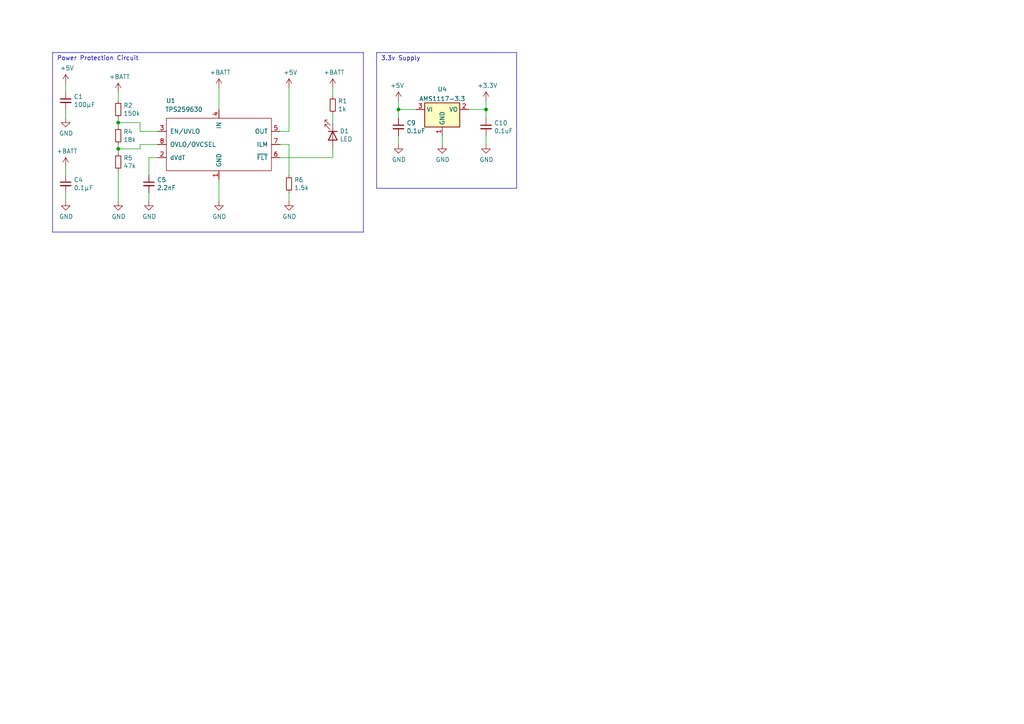
<source format=kicad_sch>
(kicad_sch (version 20230121) (generator eeschema)
  (paper "A4")
  (lib_symbols
    (symbol "Device:C_Small" (pin_numbers hide) (pin_names (offset 0.254) hide)
      (property "Reference" "C" (at 0.254 1.778 0))
      (property "Value" "C_Small" (at 0.254 -2.032 0))
      (symbol "C_Small_0_1"
        (polyline (pts (xy -1.524 -0.508) (xy 1.524 -0.508)) (stroke (width 0.3302)))
        (polyline (pts (xy -1.524 0.508) (xy 1.524 0.508)) (stroke (width 0.3048)))
      )
      (symbol "C_Small_1_1"
        (pin passive line (at 0 2.54 270) (length 2.032) (name "~") (number "1"))
        (pin passive line (at 0 -2.54 90) (length 2.032) (name "~") (number "2"))
      )
    )
    (symbol "Device:LED" (pin_numbers hide) (pin_names (offset 1.016) hide)
      (property "Reference" "D" (at 0 2.54 0))
      (property "Value" "LED" (at 0 -2.54 0))
      (symbol "LED_0_1"
        (polyline (pts (xy -1.27 -1.27) (xy -1.27 1.27)) (stroke (width 0.254)))
        (polyline (pts (xy -1.27 0) (xy 1.27 0)))
        (polyline (pts (xy 1.27 -1.27) (xy 1.27 1.27) (xy -1.27 0) (xy 1.27 -1.27)) (stroke (width 0.254)))
        (polyline (pts (xy -3.048 -0.762) (xy -4.572 -2.286) (xy -3.81 -2.286) (xy -4.572 -2.286) (xy -4.572 -1.524)))
        (polyline (pts (xy -1.778 -0.762) (xy -3.302 -2.286) (xy -2.54 -2.286) (xy -3.302 -2.286) (xy -3.302 -1.524)))
      )
      (symbol "LED_1_1"
        (pin passive line (at -3.81 0 0) (length 2.54) (name "K") (number "1"))
        (pin passive line (at 3.81 0 180) (length 2.54) (name "A") (number "2"))
      )
    )
    (symbol "Device:R_Small" (pin_numbers hide) (pin_names (offset 0.254) hide)
      (property "Reference" "R" (at 0.762 0.508 0))
      (property "Value" "R_Small" (at 0.762 -1.016 0))
      (symbol "R_Small_0_1"
        (rectangle (start -0.762 1.778) (end 0.762 -1.778) (stroke (width 0.2032)))
      )
      (symbol "R_Small_1_1"
        (pin passive line (at 0 2.54 270) (length 0.762) (name "~") (number "1"))
        (pin passive line (at 0 -2.54 90) (length 0.762) (name "~") (number "2"))
      )
    )
    (symbol "KTANE:TPS25962X" (pin_names (offset 1.016))
      (property "Reference" "U" (at -15.24 3.81 0))
      (property "Value" "TPS25962X" (at -10.16 1.27 0))
      (symbol "TPS25962X_0_1"
        (rectangle (start -15.24 0) (end 15.24 -15.24))
      )
      (symbol "TPS25962X_1_1"
        (pin power_in line (at 0 -17.78 90) (length 2.54) (name "GND") (number "1"))
        (pin output line (at -17.78 -11.43 0) (length 2.54) (name "dVdT") (number "2"))
        (pin input line (at -17.78 -3.81 0) (length 2.54) (name "EN/UVLO") (number "3"))
        (pin power_in line (at 0 2.54 270) (length 2.54) (name "IN") (number "4"))
        (pin power_out line (at 17.78 -3.81 180) (length 2.54) (name "OUT") (number "5"))
        (pin bidirectional line (at 17.78 -11.43 180) (length 2.54) (name "~{FLT}") (number "6"))
        (pin bidirectional line (at 17.78 -7.62 180) (length 2.54) (name "ILM") (number "7"))
        (pin bidirectional line (at -17.78 -7.62 0) (length 2.54) (name "OVLO/OVCSEL") (number "8"))
      )
    )
    (symbol "Regulator_Linear:AMS1117-3.3"
      (property "Reference" "U" (at -3.81 3.175 0))
      (property "Value" "AMS1117-3.3" (at 0 3.175 0))
      (symbol "AMS1117-3.3_0_1"
        (rectangle (start -5.08 -5.08) (end 5.08 1.905) (stroke (width 0.254)) (fill (type background)))
      )
      (symbol "AMS1117-3.3_1_1"
        (pin power_in line (at 0 -7.62 90) (length 2.54) (name "GND") (number "1"))
        (pin power_out line (at 7.62 0 180) (length 2.54) (name "VO") (number "2"))
        (pin power_in line (at -7.62 0 0) (length 2.54) (name "VI") (number "3"))
      )
    )
    (symbol "power:+3.3V" (power) (pin_names (offset 0))
      (property "Value" "+3.3V" (at 0 3.556 0))
      (symbol "+3.3V_0_1"
        (polyline (pts (xy -0.762 1.27) (xy 0 2.54)))
        (polyline (pts (xy 0 0) (xy 0 2.54)))
        (polyline (pts (xy 0 2.54) (xy 0.762 1.27)))
      )
      (symbol "+3.3V_1_1"
        (pin power_in line (at 0 0 90) (length 0) hide (name "+3.3V") (number "1"))
      )
    )
    (symbol "power:+5V" (power) (pin_names (offset 0))
      (property "Value" "+5V" (at 0 3.556 0))
      (symbol "+5V_0_1"
        (polyline (pts (xy -0.762 1.27) (xy 0 2.54)))
        (polyline (pts (xy 0 0) (xy 0 2.54)))
        (polyline (pts (xy 0 2.54) (xy 0.762 1.27)))
      )
      (symbol "+5V_1_1"
        (pin power_in line (at 0 0 90) (length 0) hide (name "+5V") (number "1"))
      )
    )
    (symbol "power:+BATT" (power) (pin_names (offset 0))
      (property "Value" "+BATT" (at 0 3.556 0))
      (symbol "+BATT_0_1"
        (polyline (pts (xy -0.762 1.27) (xy 0 2.54)))
        (polyline (pts (xy 0 0) (xy 0 2.54)))
        (polyline (pts (xy 0 2.54) (xy 0.762 1.27)))
      )
      (symbol "+BATT_1_1"
        (pin power_in line (at 0 0 90) (length 0) hide (name "+BATT") (number "1"))
      )
    )
    (symbol "power:GND" (power) (pin_names (offset 0))
      (property "Value" "GND" (at 0 -3.81 0))
      (symbol "GND_0_1"
        (polyline (pts (xy 0 0) (xy 0 -1.27) (xy 1.27 -1.27) (xy 0 -2.54) (xy -1.27 -1.27) (xy 0 -1.27)))
      )
      (symbol "GND_1_1"
        (pin power_in line (at 0 0 270) (length 0) hide (name "GND") (number "1"))
      )
    )
  )
  (junction (at 34.29 35.56))
  (junction (at 115.57 31.75))
  (junction (at 34.29 43.18))
  (junction (at 140.97 31.75))
  (wire (pts (xy 45.72 45.72) (xy 43.18 45.72)))
  (wire (pts (xy 34.29 34.29) (xy 34.29 35.56)))
  (polyline (pts (xy 105.41 15.24) (xy 15.24 15.24)))
  (wire (pts (xy 96.52 43.18) (xy 96.52 45.72)))
  (wire (pts (xy 115.57 39.37) (xy 115.57 41.91)))
  (wire (pts (xy 43.18 55.88) (xy 43.18 58.42)))
  (wire (pts (xy 34.29 41.91) (xy 34.29 43.18)))
  (wire (pts (xy 34.29 43.18) (xy 34.29 44.45)))
  (wire (pts (xy 81.28 38.1) (xy 83.82 38.1)))
  (wire (pts (xy 19.05 26.67) (xy 19.05 24.13)))
  (polyline (pts (xy 15.24 67.31) (xy 105.41 67.31)))
  (wire (pts (xy 43.18 45.72) (xy 43.18 50.8)))
  (wire (pts (xy 96.52 25.4) (xy 96.52 27.94)))
  (wire (pts (xy 34.29 35.56) (xy 34.29 36.83)))
  (wire (pts (xy 83.82 55.88) (xy 83.82 58.42)))
  (wire (pts (xy 19.05 48.26) (xy 19.05 50.8)))
  (polyline (pts (xy 109.22 15.24) (xy 149.86 15.24)))
  (wire (pts (xy 96.52 45.72) (xy 81.28 45.72)))
  (wire (pts (xy 40.64 43.18) (xy 34.29 43.18)))
  (wire (pts (xy 115.57 31.75) (xy 115.57 34.29)))
  (wire (pts (xy 128.27 39.37) (xy 128.27 41.91)))
  (wire (pts (xy 83.82 38.1) (xy 83.82 25.4)))
  (wire (pts (xy 140.97 31.75) (xy 135.89 31.75)))
  (wire (pts (xy 96.52 33.02) (xy 96.52 35.56)))
  (wire (pts (xy 140.97 29.21) (xy 140.97 31.75)))
  (wire (pts (xy 19.05 58.42) (xy 19.05 55.88)))
  (wire (pts (xy 40.64 41.91) (xy 40.64 43.18)))
  (wire (pts (xy 45.72 38.1) (xy 40.64 38.1)))
  (polyline (pts (xy 109.22 15.24) (xy 109.22 54.61)))
  (wire (pts (xy 19.05 34.29) (xy 19.05 31.75)))
  (wire (pts (xy 34.29 49.53) (xy 34.29 58.42)))
  (polyline (pts (xy 105.41 67.31) (xy 105.41 15.24)))
  (polyline (pts (xy 149.86 15.24) (xy 149.86 54.61)))
  (wire (pts (xy 140.97 31.75) (xy 140.97 34.29)))
  (wire (pts (xy 40.64 41.91) (xy 45.72 41.91)))
  (wire (pts (xy 115.57 31.75) (xy 120.65 31.75)))
  (wire (pts (xy 81.28 41.91) (xy 83.82 41.91)))
  (wire (pts (xy 40.64 35.56) (xy 34.29 35.56)))
  (wire (pts (xy 115.57 29.21) (xy 115.57 31.75)))
  (polyline (pts (xy 149.86 54.61) (xy 109.22 54.61)))
  (polyline (pts (xy 15.24 15.24) (xy 15.24 67.31)))
  (wire (pts (xy 63.5 25.4) (xy 63.5 31.75)))
  (wire (pts (xy 140.97 39.37) (xy 140.97 41.91)))
  (wire (pts (xy 63.5 52.07) (xy 63.5 58.42)))
  (wire (pts (xy 40.64 38.1) (xy 40.64 35.56)))
  (wire (pts (xy 83.82 41.91) (xy 83.82 50.8)))
  (wire (pts (xy 34.29 26.67) (xy 34.29 29.21)))
  (text "3.3v Supply" (at 110.49 17.78 0) (effects (font (size 1.27 1.27)) (justify left bottom)))
  (text "Power Protection Circuit" (at 16.51 17.78 0) (effects (font (size 1.27 1.27)) (justify left bottom)))
  (symbol (lib_id "power:+3.3V") (at 140.97 29.21 0) (unit 1)
    (property "Reference" "#PWR054" (effects hide))
    (property "Value" "+3.3V" (at 141.351 24.8158 0))
    (instances (project "ControlBoard" (path "" (reference "#PWR054") (unit 1)) (path "" (reference "#PWR054") (unit 1))) (project "SPIRadioCFRTC" (path "" (reference "#PWR027") (unit 1))))
  )
  (symbol (lib_id "power:GND") (at 34.29 58.42 0) (unit 1)
    (property "Reference" "#PWR018" (effects hide))
    (property "Value" "GND" (at 34.417 62.8142 0))
    (instances (project "ControlBoard" (path "" (reference "#PWR018") (unit 1)) (path "" (reference "#PWR011") (unit 1))))
  )
  (symbol (lib_id "Device:R_Small") (at 96.52 30.48 0) (unit 1)
    (property "Reference" "R1" (at 98.0186 29.3116 0) (effects (justify left)))
    (property "Value" "1k" (at 98.0186 31.623 0) (effects (justify left)))
    (property "Footprint" "Resistor_SMD:R_0805_2012Metric" (effects hide))
    (instances (project "ControlBoard" (path "" (reference "R1") (unit 1)) (path "" (reference "R6") (unit 1))))
  )
  (symbol (lib_id "power:GND") (at 63.5 58.42 0) (unit 1)
    (property "Reference" "#PWR020" (effects hide))
    (property "Value" "GND" (at 63.627 62.8142 0))
    (instances (project "ControlBoard" (path "" (reference "#PWR020") (unit 1)) (path "" (reference "#PWR018") (unit 1))))
  )
  (symbol (lib_id "power:GND") (at 128.27 41.91 0) (unit 1)
    (property "Reference" "#PWR053" (effects hide))
    (property "Value" "GND" (at 128.397 46.3042 0))
    (instances (project "ControlBoard" (path "" (reference "#PWR053") (unit 1)) (path "" (reference "#PWR053") (unit 1))) (project "SPIRadioCFRTC" (path "" (reference "#PWR031") (unit 1))))
  )
  (symbol (lib_id "power:+BATT") (at 34.29 26.67 0) (unit 1)
    (property "Reference" "#PWR08" (effects hide))
    (property "Value" "+BATT" (at 34.671 22.2758 0))
  )
  (symbol (lib_id "Device:R_Small") (at 83.82 53.34 0) (unit 1)
    (property "Reference" "R6" (at 85.3186 52.1716 0) (effects (justify left)))
    (property "Value" "1.5k" (at 85.3186 54.483 0) (effects (justify left)))
    (property "Footprint" "Resistor_SMD:R_0805_2012Metric" (effects hide))
    (instances (project "ControlBoard" (path "" (reference "R6") (unit 1)) (path "" (reference "R5") (unit 1))))
  )
  (symbol (lib_id "Device:C_Small") (at 19.05 29.21 0) (unit 1)
    (property "Reference" "C1" (at 21.3868 28.0416 0) (effects (justify left)))
    (property "Value" "100μF" (at 21.3868 30.353 0) (effects (justify left)))
    (property "Footprint" "Capacitor_Tantalum_SMD:CP_EIA-7343-31_Kemet-D" (effects hide))
  )
  (symbol (lib_id "Device:C_Small") (at 43.18 53.34 0) (unit 1)
    (property "Reference" "C5" (at 45.5168 52.1716 0) (effects (justify left)))
    (property "Value" "2.2nF" (at 45.5168 54.483 0) (effects (justify left)))
    (property "Footprint" "Capacitor_SMD:C_0805_2012Metric" (effects hide))
  )
  (symbol (lib_id "power:+BATT") (at 63.5 25.4 0) (unit 1)
    (property "Reference" "#PWR05" (effects hide))
    (property "Value" "+BATT" (at 63.881 21.0058 0))
    (instances (project "ControlBoard" (path "" (reference "#PWR05") (unit 1)) (path "" (reference "#PWR017") (unit 1))))
  )
  (symbol (lib_id "KTANE:TPS25962X") (at 63.5 34.29 0) (unit 1)
    (property "Reference" "U1" (at 49.53 29.21 0))
    (property "Value" "TPS259630" (at 53.34 31.75 0))
    (property "Footprint" "Package_SO:SOIC-8-1EP_3.9x4.9mm_P1.27mm_EP2.29x3mm" (effects hide))
    (property "Datasheet" "https://www.ti.com/lit/ds/symlink/tps2596.pdf" (effects hide))
  )
  (symbol (lib_id "power:+5V") (at 83.82 25.4 0) (unit 1)
    (property "Reference" "#PWR06" (effects hide))
    (property "Value" "+5V" (at 84.201 21.0058 0))
    (instances (project "ControlBoard" (path "" (reference "#PWR06") (unit 1)) (path "" (reference "#PWR019") (unit 1))))
  )
  (symbol (lib_id "power:+5V") (at 19.05 24.13 0) (unit 1)
    (property "Reference" "#PWR02" (effects hide))
    (property "Value" "+5V" (at 19.431 19.7358 0))
  )
  (symbol (lib_id "Device:C_Small") (at 140.97 36.83 0) (unit 1)
    (property "Reference" "C10" (at 143.3068 35.6616 0) (effects (justify left)))
    (property "Value" "0.1uF" (at 143.3068 37.973 0) (effects (justify left)))
    (property "Footprint" "Capacitor_SMD:C_0805_2012Metric" (effects hide))
    (instances (project "ControlBoard" (path "" (reference "C10") (unit 1)) (path "" (reference "C10") (unit 1))) (project "SPIRadioCFRTC" (path "" (reference "C5") (unit 1))))
  )
  (symbol (lib_id "Device:C_Small") (at 115.57 36.83 0) (unit 1)
    (property "Reference" "C9" (at 117.9068 35.6616 0) (effects (justify left)))
    (property "Value" "0.1uF" (at 117.9068 37.973 0) (effects (justify left)))
    (property "Footprint" "Capacitor_SMD:C_0805_2012Metric" (effects hide))
    (instances (project "ControlBoard" (path "" (reference "C9") (unit 1)) (path "" (reference "C9") (unit 1))) (project "SPIRadioCFRTC" (path "" (reference "C4") (unit 1))))
  )
  (symbol (lib_id "power:GND") (at 43.18 58.42 0) (unit 1)
    (property "Reference" "#PWR019" (effects hide))
    (property "Value" "GND" (at 43.307 62.8142 0))
    (instances (project "ControlBoard" (path "" (reference "#PWR019") (unit 1)) (path "" (reference "#PWR014") (unit 1))))
  )
  (symbol (lib_id "Device:R_Small") (at 34.29 46.99 0) (unit 1)
    (property "Reference" "R5" (at 35.7886 45.8216 0) (effects (justify left)))
    (property "Value" "47k" (at 35.7886 48.133 0) (effects (justify left)))
    (property "Footprint" "Resistor_SMD:R_0805_2012Metric" (effects hide))
    (instances (project "ControlBoard" (path "" (reference "R5") (unit 1)) (path "" (reference "R4") (unit 1))))
  )
  (symbol (lib_id "power:+BATT") (at 96.52 25.4 0) (unit 1)
    (property "Reference" "#PWR07" (effects hide))
    (property "Value" "+BATT" (at 96.901 21.0058 0))
    (instances (project "ControlBoard" (path "" (reference "#PWR07") (unit 1)) (path "" (reference "#PWR021") (unit 1))))
  )
  (symbol (lib_id "power:+BATT") (at 19.05 48.26 0) (unit 1)
    (property "Reference" "#PWR014" (effects hide))
    (property "Value" "+BATT" (at 19.431 43.8658 0))
    (instances (project "ControlBoard" (path "" (reference "#PWR014") (unit 1)) (path "" (reference "#PWR06") (unit 1))))
  )
  (symbol (lib_id "power:GND") (at 83.82 58.42 0) (unit 1)
    (property "Reference" "#PWR021" (effects hide))
    (property "Value" "GND" (at 83.947 62.8142 0))
    (instances (project "ControlBoard" (path "" (reference "#PWR021") (unit 1)) (path "" (reference "#PWR020") (unit 1))))
  )
  (symbol (lib_id "power:GND") (at 115.57 41.91 0) (unit 1)
    (property "Reference" "#PWR052" (effects hide))
    (property "Value" "GND" (at 115.697 46.3042 0))
    (instances (project "ControlBoard" (path "" (reference "#PWR052") (unit 1)) (path "" (reference "#PWR052") (unit 1))) (project "SPIRadioCFRTC" (path "" (reference "#PWR030") (unit 1))))
  )
  (symbol (lib_id "Device:R_Small") (at 34.29 39.37 0) (unit 1)
    (property "Reference" "R4" (at 35.7886 38.2016 0) (effects (justify left)))
    (property "Value" "18k" (at 35.7886 40.513 0) (effects (justify left)))
    (property "Footprint" "Resistor_SMD:R_0805_2012Metric" (effects hide))
    (instances (project "ControlBoard" (path "" (reference "R4") (unit 1)) (path "" (reference "R2") (unit 1))))
  )
  (symbol (lib_id "Device:R_Small") (at 34.29 31.75 0) (unit 1)
    (property "Reference" "R2" (at 35.7886 30.5816 0) (effects (justify left)))
    (property "Value" "150k" (at 35.7886 32.893 0) (effects (justify left)))
    (property "Footprint" "Resistor_SMD:R_0805_2012Metric" (effects hide))
    (instances (project "ControlBoard" (path "" (reference "R2") (unit 1)) (path "" (reference "R1") (unit 1))))
  )
  (symbol (lib_id "power:GND") (at 19.05 58.42 0) (unit 1)
    (property "Reference" "#PWR017" (effects hide))
    (property "Value" "GND" (at 19.177 62.8142 0))
    (instances (project "ControlBoard" (path "" (reference "#PWR017") (unit 1)) (path "" (reference "#PWR07") (unit 1))))
  )
  (symbol (lib_id "power:+5V") (at 115.57 29.21 0) (mirror y) (unit 1)
    (property "Reference" "#PWR051" (effects hide))
    (property "Value" "+5V" (at 115.189 24.8158 0))
    (instances (project "ControlBoard" (path "" (reference "#PWR051") (unit 1)) (path "" (reference "#PWR051") (unit 1))) (project "SPIRadioCFRTC" (path "" (reference "#PWR026") (unit 1))))
  )
  (symbol (lib_id "Device:LED") (at 96.52 39.37 270) (unit 1)
    (property "Reference" "D1" (at 98.552 38.0238 90) (effects (justify left)))
    (property "Value" "LED" (at 98.552 40.3352 90) (effects (justify left)))
    (property "Footprint" "LED_SMD:LED_0805_2012Metric" (effects hide))
  )
  (symbol (lib_id "power:GND") (at 140.97 41.91 0) (unit 1)
    (property "Reference" "#PWR055" (effects hide))
    (property "Value" "GND" (at 141.097 46.3042 0))
    (instances (project "ControlBoard" (path "" (reference "#PWR055") (unit 1)) (path "" (reference "#PWR055") (unit 1))) (project "SPIRadioCFRTC" (path "" (reference "#PWR032") (unit 1))))
  )
  (symbol (lib_id "Device:C_Small") (at 19.05 53.34 0) (unit 1)
    (property "Reference" "C4" (at 21.3868 52.1716 0) (effects (justify left)))
    (property "Value" "0.1μF" (at 21.3868 54.483 0) (effects (justify left)))
    (property "Footprint" "Capacitor_SMD:C_0805_2012Metric" (effects hide))
  )
  (symbol (lib_id "power:GND") (at 19.05 34.29 0) (unit 1)
    (property "Reference" "#PWR011" (effects hide))
    (property "Value" "GND" (at 19.177 38.6842 0))
    (instances (project "ControlBoard" (path "" (reference "#PWR011") (unit 1)) (path "" (reference "#PWR05") (unit 1))))
  )
  (symbol (lib_id "Regulator_Linear:AMS1117-3.3") (at 128.27 31.75 0) (unit 1)
    (property "Reference" "U4" (at 128.27 25.8785 0))
    (property "Value" "AMS1117-3.3" (at 128.27 28.6536 0))
    (property "Footprint" "Package_TO_SOT_SMD:SOT-223-3_TabPin2" (effects hide))
    (property "Datasheet" "http://www.advanced-monolithic.com/pdf/ds1117.pdf" (effects hide))
    (instances (project "ControlBoard" (path "" (reference "U4") (unit 1)) (path "" (reference "U4") (unit 1))) (project "SPIRadioCFRTC" (path "" (reference "U3") (unit 1))))
  )
)
</source>
